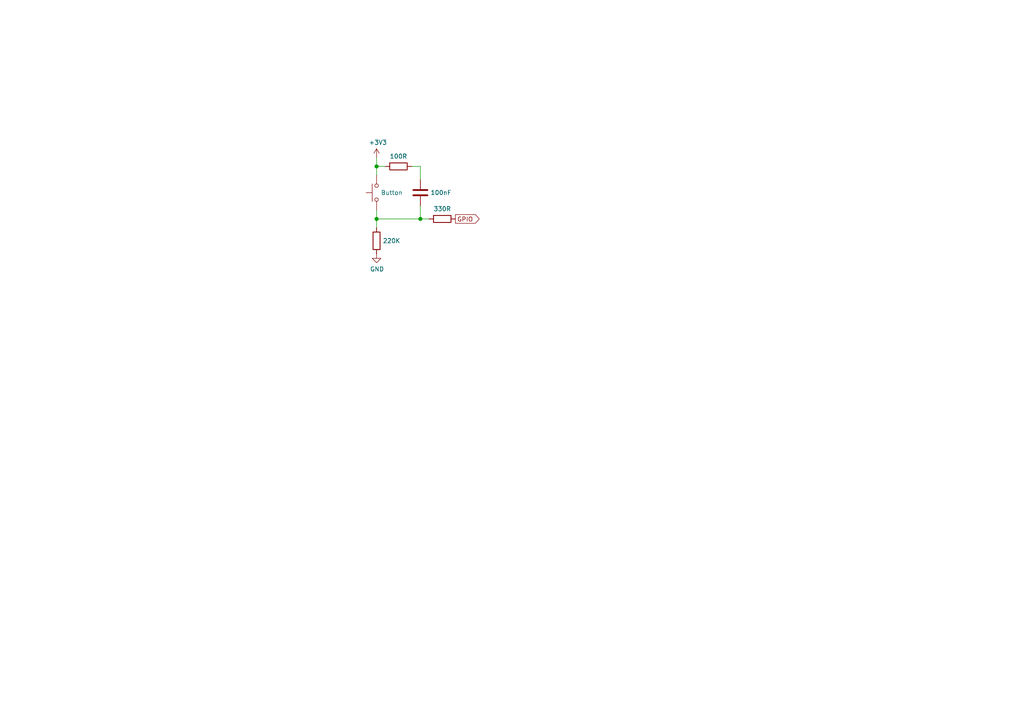
<source format=kicad_sch>
(kicad_sch (version 20211123) (generator eeschema)
  (paper "A4")
  (lib_symbols
    (symbol "Device:C" (pin_numbers hide) (pin_names (offset 0.254))
      (property "Reference" "C" (at 0.635 2.54 0))
      (property "Value" "C" (at 0.635 -2.54 0))
      (symbol "C_0_1"
        (polyline (pts (xy -2.032 -0.762) (xy 2.032 -0.762)) (stroke (width 0.508)))
        (polyline (pts (xy -2.032 0.762) (xy 2.032 0.762)) (stroke (width 0.508)))
      )
      (symbol "C_1_1"
        (pin passive line (at 0 3.81 270) (length 2.794) (name "~") (number "1"))
        (pin passive line (at 0 -3.81 90) (length 2.794) (name "~") (number "2"))
      )
    )
    (symbol "Device:R" (pin_numbers hide) (pin_names (offset 0))
      (property "Reference" "R" (at 2.032 0 90))
      (property "Value" "R" (at 0 0 90))
      (symbol "R_0_1"
        (rectangle (start -1.016 -2.54) (end 1.016 2.54) (stroke (width 0.254)))
      )
      (symbol "R_1_1"
        (pin passive line (at 0 3.81 270) (length 1.27) (name "~") (number "1"))
        (pin passive line (at 0 -3.81 90) (length 1.27) (name "~") (number "2"))
      )
    )
    (symbol "Switch:SW_Push" (pin_numbers hide) (pin_names (offset 1.016) hide)
      (property "Reference" "SW" (at 1.27 2.54 0))
      (property "Value" "SW_Push" (at 0 -1.524 0))
      (symbol "SW_Push_0_1"
        (circle (center -2.032 0) (radius 0.508))
        (polyline (pts (xy 0 1.27) (xy 0 3.048)))
        (polyline (pts (xy 2.54 1.27) (xy -2.54 1.27)))
        (circle (center 2.032 0) (radius 0.508))
        (pin passive line (at -5.08 0 0) (length 2.54) (name "1") (number "1"))
        (pin passive line (at 5.08 0 180) (length 2.54) (name "2") (number "2"))
      )
    )
    (symbol "power:+3.3V" (power) (pin_names (offset 0))
      (property "Value" "+3.3V" (at 0 3.556 0))
      (symbol "+3.3V_0_1"
        (polyline (pts (xy -0.762 1.27) (xy 0 2.54)))
        (polyline (pts (xy 0 0) (xy 0 2.54)))
        (polyline (pts (xy 0 2.54) (xy 0.762 1.27)))
      )
      (symbol "+3.3V_1_1"
        (pin power_in line (at 0 0 90) (length 0) hide (name "+3V3") (number "1"))
      )
    )
    (symbol "power:GND" (power) (pin_names (offset 0))
      (property "Value" "GND" (at 0 -3.81 0))
      (symbol "GND_0_1"
        (polyline (pts (xy 0 0) (xy 0 -1.27) (xy 1.27 -1.27) (xy 0 -2.54) (xy -1.27 -1.27) (xy 0 -1.27)))
      )
      (symbol "GND_1_1"
        (pin power_in line (at 0 0 270) (length 0) hide (name "GND") (number "1"))
      )
    )
  )
  (junction (at 109.22 48.26) (diameter 1.016))
  (junction (at 109.22 63.5) (diameter 1.016))
  (junction (at 121.92 63.5) (diameter 1.016))
  (wire (pts (xy 121.92 48.26) (xy 121.92 52.07)))
  (wire (pts (xy 109.22 50.8) (xy 109.22 48.26)))
  (wire (pts (xy 111.76 48.26) (xy 109.22 48.26)))
  (wire (pts (xy 109.22 63.5) (xy 121.92 63.5)))
  (wire (pts (xy 109.22 60.96) (xy 109.22 63.5)))
  (wire (pts (xy 121.92 59.69) (xy 121.92 63.5)))
  (wire (pts (xy 124.46 63.5) (xy 121.92 63.5)))
  (wire (pts (xy 119.38 48.26) (xy 121.92 48.26)))
  (wire (pts (xy 109.22 63.5) (xy 109.22 66.04)))
  (wire (pts (xy 109.22 48.26) (xy 109.22 45.72)))
  (global_label "GPIO" (shape output) (at 132.08 63.5 0) (property "Intersheet References" "${INTERSHEET_REFS}" (effects hide)))
  (symbol (lib_id "power:GND") (at 109.22 73.66 0) (unit 1)
    (property "Reference" "#PWR?" (effects hide))
    (property "Value" "GND" (at 109.347 78.0542 0))
  )
  (symbol (lib_id "Device:C") (at 121.92 55.88 0) (unit 1)
    (property "Reference" "C?" (effects hide))
    (property "Value" "100nF" (at 124.841 55.88 0) (effects (justify left)))
  )
  (symbol (lib_id "Device:R") (at 115.57 48.26 270) (unit 1)
    (property "Reference" "R?" (effects hide))
    (property "Value" "100R" (at 115.57 45.339 90))
  )
  (symbol (lib_id "Switch:SW_Push") (at 109.22 55.88 90) (unit 1)
    (property "Reference" "SW?" (effects hide))
    (property "Value" "Button" (at 110.4392 55.88 90) (effects (justify right)))
  )
  (symbol (lib_id "Device:R") (at 128.27 63.5 270) (unit 1)
    (property "Reference" "R?" (effects hide))
    (property "Value" "330R" (at 128.27 60.579 90))
  )
  (symbol (lib_id "Device:R") (at 109.22 69.85 0) (unit 1)
    (property "Reference" "R?" (effects hide))
    (property "Value" "220K" (at 110.998 69.85 0) (effects (justify left)))
  )
  (symbol (lib_id "power:+3.3V") (at 109.22 45.72 0) (unit 1)
    (property "Reference" "#PWR?" (effects hide))
    (property "Value" "+3.3V" (at 109.601 41.3258 0))
  )
)
</source>
